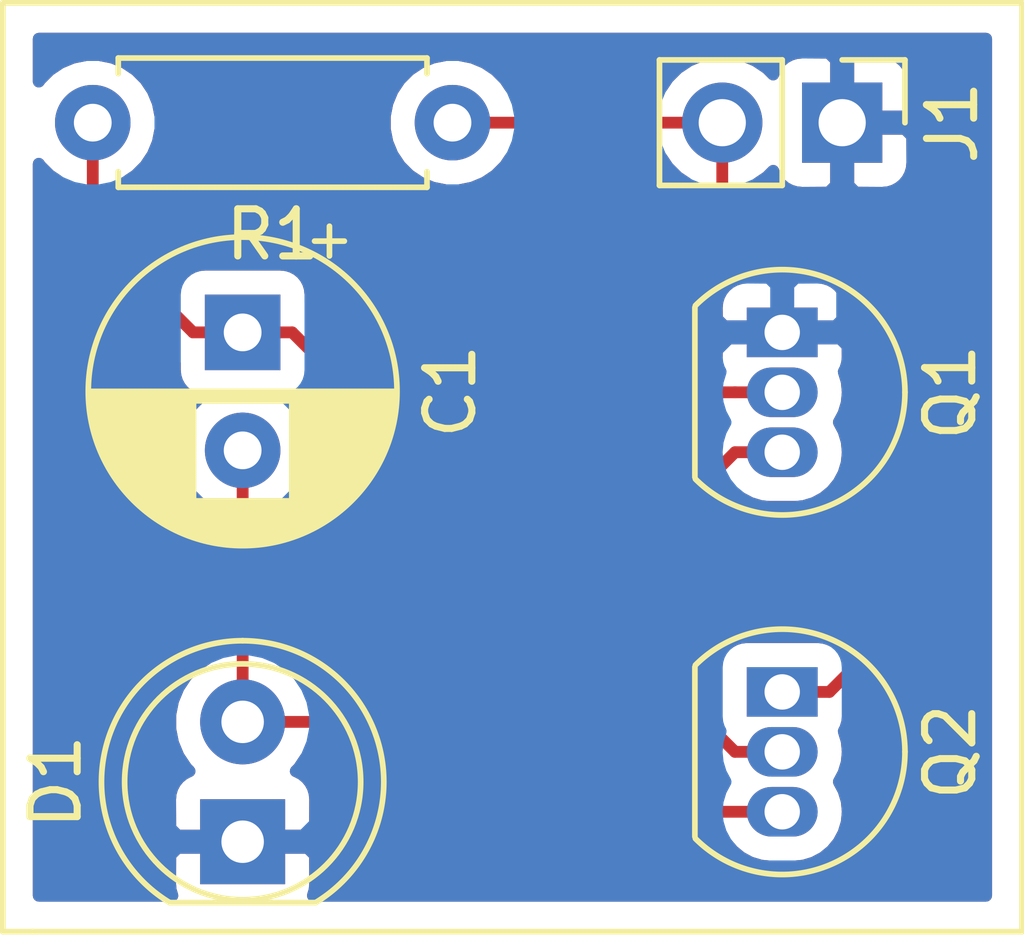
<source format=kicad_pcb>
(kicad_pcb (version 20171130) (host pcbnew "(5.1.5)-3")

  (general
    (thickness 1.6)
    (drawings 5)
    (tracks 32)
    (zones 0)
    (modules 6)
    (nets 6)
  )

  (page A4)
  (layers
    (0 F.Cu signal)
    (31 B.Cu signal)
    (32 B.Adhes user hide)
    (33 F.Adhes user hide)
    (34 B.Paste user hide)
    (35 F.Paste user hide)
    (36 B.SilkS user)
    (37 F.SilkS user)
    (38 B.Mask user)
    (39 F.Mask user)
    (40 Dwgs.User user hide)
    (41 Cmts.User user hide)
    (42 Eco1.User user hide)
    (43 Eco2.User user hide)
    (44 Edge.Cuts user)
    (45 Margin user)
    (46 B.CrtYd user)
    (47 F.CrtYd user)
    (48 B.Fab user hide)
    (49 F.Fab user hide)
  )

  (setup
    (last_trace_width 0.25)
    (trace_clearance 0.2)
    (zone_clearance 0.508)
    (zone_45_only no)
    (trace_min 0.2)
    (via_size 0.8)
    (via_drill 0.4)
    (via_min_size 0.4)
    (via_min_drill 0.3)
    (uvia_size 0.3)
    (uvia_drill 0.1)
    (uvias_allowed no)
    (uvia_min_size 0.2)
    (uvia_min_drill 0.1)
    (edge_width 0.05)
    (segment_width 0.2)
    (pcb_text_width 0.3)
    (pcb_text_size 1.5 1.5)
    (mod_edge_width 0.12)
    (mod_text_size 1 1)
    (mod_text_width 0.15)
    (pad_size 1.524 1.524)
    (pad_drill 0.762)
    (pad_to_mask_clearance 0.051)
    (solder_mask_min_width 0.25)
    (aux_axis_origin 0 0)
    (visible_elements FFFFFF7F)
    (pcbplotparams
      (layerselection 0x010f0_ffffffff)
      (usegerberextensions false)
      (usegerberattributes false)
      (usegerberadvancedattributes false)
      (creategerberjobfile false)
      (excludeedgelayer true)
      (linewidth 0.100000)
      (plotframeref false)
      (viasonmask false)
      (mode 1)
      (useauxorigin false)
      (hpglpennumber 1)
      (hpglpenspeed 20)
      (hpglpendiameter 15.000000)
      (psnegative false)
      (psa4output false)
      (plotreference true)
      (plotvalue true)
      (plotinvisibletext false)
      (padsonsilk false)
      (subtractmaskfromsilk false)
      (outputformat 1)
      (mirror false)
      (drillshape 0)
      (scaleselection 1)
      (outputdirectory ""))
  )

  (net 0 "")
  (net 1 "Net-(C1-Pad1)")
  (net 2 "Net-(C1-Pad2)")
  (net 3 GND)
  (net 4 +5V)
  (net 5 "Net-(Q1-Pad3)")

  (net_class Default "This is the default net class."
    (clearance 0.2)
    (trace_width 0.25)
    (via_dia 0.8)
    (via_drill 0.4)
    (uvia_dia 0.3)
    (uvia_drill 0.1)
    (add_net +5V)
    (add_net GND)
    (add_net "Net-(C1-Pad1)")
    (add_net "Net-(C1-Pad2)")
    (add_net "Net-(Q1-Pad3)")
  )

  (module Capacitor_THT:CP_Radial_D6.3mm_P2.50mm (layer F.Cu) (tedit 5AE50EF0) (tstamp 5EBED283)
    (at 146.05 39.37 270)
    (descr "CP, Radial series, Radial, pin pitch=2.50mm, , diameter=6.3mm, Electrolytic Capacitor")
    (tags "CP Radial series Radial pin pitch 2.50mm  diameter 6.3mm Electrolytic Capacitor")
    (path /5EBF2744)
    (fp_text reference C1 (at 1.25 -4.4 90) (layer F.SilkS)
      (effects (font (size 1 1) (thickness 0.15)))
    )
    (fp_text value 4.7uF (at 1.25 4.4 90) (layer F.Fab)
      (effects (font (size 1 1) (thickness 0.15)))
    )
    (fp_circle (center 1.25 0) (end 4.4 0) (layer F.Fab) (width 0.1))
    (fp_circle (center 1.25 0) (end 4.52 0) (layer F.SilkS) (width 0.12))
    (fp_circle (center 1.25 0) (end 4.65 0) (layer F.CrtYd) (width 0.05))
    (fp_line (start -1.443972 -1.3735) (end -0.813972 -1.3735) (layer F.Fab) (width 0.1))
    (fp_line (start -1.128972 -1.6885) (end -1.128972 -1.0585) (layer F.Fab) (width 0.1))
    (fp_line (start 1.25 -3.23) (end 1.25 3.23) (layer F.SilkS) (width 0.12))
    (fp_line (start 1.29 -3.23) (end 1.29 3.23) (layer F.SilkS) (width 0.12))
    (fp_line (start 1.33 -3.23) (end 1.33 3.23) (layer F.SilkS) (width 0.12))
    (fp_line (start 1.37 -3.228) (end 1.37 3.228) (layer F.SilkS) (width 0.12))
    (fp_line (start 1.41 -3.227) (end 1.41 3.227) (layer F.SilkS) (width 0.12))
    (fp_line (start 1.45 -3.224) (end 1.45 3.224) (layer F.SilkS) (width 0.12))
    (fp_line (start 1.49 -3.222) (end 1.49 -1.04) (layer F.SilkS) (width 0.12))
    (fp_line (start 1.49 1.04) (end 1.49 3.222) (layer F.SilkS) (width 0.12))
    (fp_line (start 1.53 -3.218) (end 1.53 -1.04) (layer F.SilkS) (width 0.12))
    (fp_line (start 1.53 1.04) (end 1.53 3.218) (layer F.SilkS) (width 0.12))
    (fp_line (start 1.57 -3.215) (end 1.57 -1.04) (layer F.SilkS) (width 0.12))
    (fp_line (start 1.57 1.04) (end 1.57 3.215) (layer F.SilkS) (width 0.12))
    (fp_line (start 1.61 -3.211) (end 1.61 -1.04) (layer F.SilkS) (width 0.12))
    (fp_line (start 1.61 1.04) (end 1.61 3.211) (layer F.SilkS) (width 0.12))
    (fp_line (start 1.65 -3.206) (end 1.65 -1.04) (layer F.SilkS) (width 0.12))
    (fp_line (start 1.65 1.04) (end 1.65 3.206) (layer F.SilkS) (width 0.12))
    (fp_line (start 1.69 -3.201) (end 1.69 -1.04) (layer F.SilkS) (width 0.12))
    (fp_line (start 1.69 1.04) (end 1.69 3.201) (layer F.SilkS) (width 0.12))
    (fp_line (start 1.73 -3.195) (end 1.73 -1.04) (layer F.SilkS) (width 0.12))
    (fp_line (start 1.73 1.04) (end 1.73 3.195) (layer F.SilkS) (width 0.12))
    (fp_line (start 1.77 -3.189) (end 1.77 -1.04) (layer F.SilkS) (width 0.12))
    (fp_line (start 1.77 1.04) (end 1.77 3.189) (layer F.SilkS) (width 0.12))
    (fp_line (start 1.81 -3.182) (end 1.81 -1.04) (layer F.SilkS) (width 0.12))
    (fp_line (start 1.81 1.04) (end 1.81 3.182) (layer F.SilkS) (width 0.12))
    (fp_line (start 1.85 -3.175) (end 1.85 -1.04) (layer F.SilkS) (width 0.12))
    (fp_line (start 1.85 1.04) (end 1.85 3.175) (layer F.SilkS) (width 0.12))
    (fp_line (start 1.89 -3.167) (end 1.89 -1.04) (layer F.SilkS) (width 0.12))
    (fp_line (start 1.89 1.04) (end 1.89 3.167) (layer F.SilkS) (width 0.12))
    (fp_line (start 1.93 -3.159) (end 1.93 -1.04) (layer F.SilkS) (width 0.12))
    (fp_line (start 1.93 1.04) (end 1.93 3.159) (layer F.SilkS) (width 0.12))
    (fp_line (start 1.971 -3.15) (end 1.971 -1.04) (layer F.SilkS) (width 0.12))
    (fp_line (start 1.971 1.04) (end 1.971 3.15) (layer F.SilkS) (width 0.12))
    (fp_line (start 2.011 -3.141) (end 2.011 -1.04) (layer F.SilkS) (width 0.12))
    (fp_line (start 2.011 1.04) (end 2.011 3.141) (layer F.SilkS) (width 0.12))
    (fp_line (start 2.051 -3.131) (end 2.051 -1.04) (layer F.SilkS) (width 0.12))
    (fp_line (start 2.051 1.04) (end 2.051 3.131) (layer F.SilkS) (width 0.12))
    (fp_line (start 2.091 -3.121) (end 2.091 -1.04) (layer F.SilkS) (width 0.12))
    (fp_line (start 2.091 1.04) (end 2.091 3.121) (layer F.SilkS) (width 0.12))
    (fp_line (start 2.131 -3.11) (end 2.131 -1.04) (layer F.SilkS) (width 0.12))
    (fp_line (start 2.131 1.04) (end 2.131 3.11) (layer F.SilkS) (width 0.12))
    (fp_line (start 2.171 -3.098) (end 2.171 -1.04) (layer F.SilkS) (width 0.12))
    (fp_line (start 2.171 1.04) (end 2.171 3.098) (layer F.SilkS) (width 0.12))
    (fp_line (start 2.211 -3.086) (end 2.211 -1.04) (layer F.SilkS) (width 0.12))
    (fp_line (start 2.211 1.04) (end 2.211 3.086) (layer F.SilkS) (width 0.12))
    (fp_line (start 2.251 -3.074) (end 2.251 -1.04) (layer F.SilkS) (width 0.12))
    (fp_line (start 2.251 1.04) (end 2.251 3.074) (layer F.SilkS) (width 0.12))
    (fp_line (start 2.291 -3.061) (end 2.291 -1.04) (layer F.SilkS) (width 0.12))
    (fp_line (start 2.291 1.04) (end 2.291 3.061) (layer F.SilkS) (width 0.12))
    (fp_line (start 2.331 -3.047) (end 2.331 -1.04) (layer F.SilkS) (width 0.12))
    (fp_line (start 2.331 1.04) (end 2.331 3.047) (layer F.SilkS) (width 0.12))
    (fp_line (start 2.371 -3.033) (end 2.371 -1.04) (layer F.SilkS) (width 0.12))
    (fp_line (start 2.371 1.04) (end 2.371 3.033) (layer F.SilkS) (width 0.12))
    (fp_line (start 2.411 -3.018) (end 2.411 -1.04) (layer F.SilkS) (width 0.12))
    (fp_line (start 2.411 1.04) (end 2.411 3.018) (layer F.SilkS) (width 0.12))
    (fp_line (start 2.451 -3.002) (end 2.451 -1.04) (layer F.SilkS) (width 0.12))
    (fp_line (start 2.451 1.04) (end 2.451 3.002) (layer F.SilkS) (width 0.12))
    (fp_line (start 2.491 -2.986) (end 2.491 -1.04) (layer F.SilkS) (width 0.12))
    (fp_line (start 2.491 1.04) (end 2.491 2.986) (layer F.SilkS) (width 0.12))
    (fp_line (start 2.531 -2.97) (end 2.531 -1.04) (layer F.SilkS) (width 0.12))
    (fp_line (start 2.531 1.04) (end 2.531 2.97) (layer F.SilkS) (width 0.12))
    (fp_line (start 2.571 -2.952) (end 2.571 -1.04) (layer F.SilkS) (width 0.12))
    (fp_line (start 2.571 1.04) (end 2.571 2.952) (layer F.SilkS) (width 0.12))
    (fp_line (start 2.611 -2.934) (end 2.611 -1.04) (layer F.SilkS) (width 0.12))
    (fp_line (start 2.611 1.04) (end 2.611 2.934) (layer F.SilkS) (width 0.12))
    (fp_line (start 2.651 -2.916) (end 2.651 -1.04) (layer F.SilkS) (width 0.12))
    (fp_line (start 2.651 1.04) (end 2.651 2.916) (layer F.SilkS) (width 0.12))
    (fp_line (start 2.691 -2.896) (end 2.691 -1.04) (layer F.SilkS) (width 0.12))
    (fp_line (start 2.691 1.04) (end 2.691 2.896) (layer F.SilkS) (width 0.12))
    (fp_line (start 2.731 -2.876) (end 2.731 -1.04) (layer F.SilkS) (width 0.12))
    (fp_line (start 2.731 1.04) (end 2.731 2.876) (layer F.SilkS) (width 0.12))
    (fp_line (start 2.771 -2.856) (end 2.771 -1.04) (layer F.SilkS) (width 0.12))
    (fp_line (start 2.771 1.04) (end 2.771 2.856) (layer F.SilkS) (width 0.12))
    (fp_line (start 2.811 -2.834) (end 2.811 -1.04) (layer F.SilkS) (width 0.12))
    (fp_line (start 2.811 1.04) (end 2.811 2.834) (layer F.SilkS) (width 0.12))
    (fp_line (start 2.851 -2.812) (end 2.851 -1.04) (layer F.SilkS) (width 0.12))
    (fp_line (start 2.851 1.04) (end 2.851 2.812) (layer F.SilkS) (width 0.12))
    (fp_line (start 2.891 -2.79) (end 2.891 -1.04) (layer F.SilkS) (width 0.12))
    (fp_line (start 2.891 1.04) (end 2.891 2.79) (layer F.SilkS) (width 0.12))
    (fp_line (start 2.931 -2.766) (end 2.931 -1.04) (layer F.SilkS) (width 0.12))
    (fp_line (start 2.931 1.04) (end 2.931 2.766) (layer F.SilkS) (width 0.12))
    (fp_line (start 2.971 -2.742) (end 2.971 -1.04) (layer F.SilkS) (width 0.12))
    (fp_line (start 2.971 1.04) (end 2.971 2.742) (layer F.SilkS) (width 0.12))
    (fp_line (start 3.011 -2.716) (end 3.011 -1.04) (layer F.SilkS) (width 0.12))
    (fp_line (start 3.011 1.04) (end 3.011 2.716) (layer F.SilkS) (width 0.12))
    (fp_line (start 3.051 -2.69) (end 3.051 -1.04) (layer F.SilkS) (width 0.12))
    (fp_line (start 3.051 1.04) (end 3.051 2.69) (layer F.SilkS) (width 0.12))
    (fp_line (start 3.091 -2.664) (end 3.091 -1.04) (layer F.SilkS) (width 0.12))
    (fp_line (start 3.091 1.04) (end 3.091 2.664) (layer F.SilkS) (width 0.12))
    (fp_line (start 3.131 -2.636) (end 3.131 -1.04) (layer F.SilkS) (width 0.12))
    (fp_line (start 3.131 1.04) (end 3.131 2.636) (layer F.SilkS) (width 0.12))
    (fp_line (start 3.171 -2.607) (end 3.171 -1.04) (layer F.SilkS) (width 0.12))
    (fp_line (start 3.171 1.04) (end 3.171 2.607) (layer F.SilkS) (width 0.12))
    (fp_line (start 3.211 -2.578) (end 3.211 -1.04) (layer F.SilkS) (width 0.12))
    (fp_line (start 3.211 1.04) (end 3.211 2.578) (layer F.SilkS) (width 0.12))
    (fp_line (start 3.251 -2.548) (end 3.251 -1.04) (layer F.SilkS) (width 0.12))
    (fp_line (start 3.251 1.04) (end 3.251 2.548) (layer F.SilkS) (width 0.12))
    (fp_line (start 3.291 -2.516) (end 3.291 -1.04) (layer F.SilkS) (width 0.12))
    (fp_line (start 3.291 1.04) (end 3.291 2.516) (layer F.SilkS) (width 0.12))
    (fp_line (start 3.331 -2.484) (end 3.331 -1.04) (layer F.SilkS) (width 0.12))
    (fp_line (start 3.331 1.04) (end 3.331 2.484) (layer F.SilkS) (width 0.12))
    (fp_line (start 3.371 -2.45) (end 3.371 -1.04) (layer F.SilkS) (width 0.12))
    (fp_line (start 3.371 1.04) (end 3.371 2.45) (layer F.SilkS) (width 0.12))
    (fp_line (start 3.411 -2.416) (end 3.411 -1.04) (layer F.SilkS) (width 0.12))
    (fp_line (start 3.411 1.04) (end 3.411 2.416) (layer F.SilkS) (width 0.12))
    (fp_line (start 3.451 -2.38) (end 3.451 -1.04) (layer F.SilkS) (width 0.12))
    (fp_line (start 3.451 1.04) (end 3.451 2.38) (layer F.SilkS) (width 0.12))
    (fp_line (start 3.491 -2.343) (end 3.491 -1.04) (layer F.SilkS) (width 0.12))
    (fp_line (start 3.491 1.04) (end 3.491 2.343) (layer F.SilkS) (width 0.12))
    (fp_line (start 3.531 -2.305) (end 3.531 -1.04) (layer F.SilkS) (width 0.12))
    (fp_line (start 3.531 1.04) (end 3.531 2.305) (layer F.SilkS) (width 0.12))
    (fp_line (start 3.571 -2.265) (end 3.571 2.265) (layer F.SilkS) (width 0.12))
    (fp_line (start 3.611 -2.224) (end 3.611 2.224) (layer F.SilkS) (width 0.12))
    (fp_line (start 3.651 -2.182) (end 3.651 2.182) (layer F.SilkS) (width 0.12))
    (fp_line (start 3.691 -2.137) (end 3.691 2.137) (layer F.SilkS) (width 0.12))
    (fp_line (start 3.731 -2.092) (end 3.731 2.092) (layer F.SilkS) (width 0.12))
    (fp_line (start 3.771 -2.044) (end 3.771 2.044) (layer F.SilkS) (width 0.12))
    (fp_line (start 3.811 -1.995) (end 3.811 1.995) (layer F.SilkS) (width 0.12))
    (fp_line (start 3.851 -1.944) (end 3.851 1.944) (layer F.SilkS) (width 0.12))
    (fp_line (start 3.891 -1.89) (end 3.891 1.89) (layer F.SilkS) (width 0.12))
    (fp_line (start 3.931 -1.834) (end 3.931 1.834) (layer F.SilkS) (width 0.12))
    (fp_line (start 3.971 -1.776) (end 3.971 1.776) (layer F.SilkS) (width 0.12))
    (fp_line (start 4.011 -1.714) (end 4.011 1.714) (layer F.SilkS) (width 0.12))
    (fp_line (start 4.051 -1.65) (end 4.051 1.65) (layer F.SilkS) (width 0.12))
    (fp_line (start 4.091 -1.581) (end 4.091 1.581) (layer F.SilkS) (width 0.12))
    (fp_line (start 4.131 -1.509) (end 4.131 1.509) (layer F.SilkS) (width 0.12))
    (fp_line (start 4.171 -1.432) (end 4.171 1.432) (layer F.SilkS) (width 0.12))
    (fp_line (start 4.211 -1.35) (end 4.211 1.35) (layer F.SilkS) (width 0.12))
    (fp_line (start 4.251 -1.262) (end 4.251 1.262) (layer F.SilkS) (width 0.12))
    (fp_line (start 4.291 -1.165) (end 4.291 1.165) (layer F.SilkS) (width 0.12))
    (fp_line (start 4.331 -1.059) (end 4.331 1.059) (layer F.SilkS) (width 0.12))
    (fp_line (start 4.371 -0.94) (end 4.371 0.94) (layer F.SilkS) (width 0.12))
    (fp_line (start 4.411 -0.802) (end 4.411 0.802) (layer F.SilkS) (width 0.12))
    (fp_line (start 4.451 -0.633) (end 4.451 0.633) (layer F.SilkS) (width 0.12))
    (fp_line (start 4.491 -0.402) (end 4.491 0.402) (layer F.SilkS) (width 0.12))
    (fp_line (start -2.250241 -1.839) (end -1.620241 -1.839) (layer F.SilkS) (width 0.12))
    (fp_line (start -1.935241 -2.154) (end -1.935241 -1.524) (layer F.SilkS) (width 0.12))
    (fp_text user %R (at 1.25 0 90) (layer F.Fab)
      (effects (font (size 1 1) (thickness 0.15)))
    )
    (pad 1 thru_hole rect (at 0 0 270) (size 1.6 1.6) (drill 0.8) (layers *.Cu *.Mask)
      (net 1 "Net-(C1-Pad1)"))
    (pad 2 thru_hole circle (at 2.5 0 270) (size 1.6 1.6) (drill 0.8) (layers *.Cu *.Mask)
      (net 2 "Net-(C1-Pad2)"))
    (model ${KISYS3DMOD}/Capacitor_THT.3dshapes/CP_Radial_D6.3mm_P2.50mm.wrl
      (at (xyz 0 0 0))
      (scale (xyz 1 1 1))
      (rotate (xyz 0 0 0))
    )
  )

  (module LED_THT:LED_D5.0mm (layer F.Cu) (tedit 5995936A) (tstamp 5EBED295)
    (at 146.05 50.165 90)
    (descr "LED, diameter 5.0mm, 2 pins, http://cdn-reichelt.de/documents/datenblatt/A500/LL-504BC2E-009.pdf")
    (tags "LED diameter 5.0mm 2 pins")
    (path /5EBF313E)
    (fp_text reference D1 (at 1.27 -3.96 90) (layer F.SilkS)
      (effects (font (size 1 1) (thickness 0.15)))
    )
    (fp_text value R_LED (at 1.27 3.96 90) (layer F.Fab)
      (effects (font (size 1 1) (thickness 0.15)))
    )
    (fp_arc (start 1.27 0) (end -1.23 -1.469694) (angle 299.1) (layer F.Fab) (width 0.1))
    (fp_arc (start 1.27 0) (end -1.29 -1.54483) (angle 148.9) (layer F.SilkS) (width 0.12))
    (fp_arc (start 1.27 0) (end -1.29 1.54483) (angle -148.9) (layer F.SilkS) (width 0.12))
    (fp_circle (center 1.27 0) (end 3.77 0) (layer F.Fab) (width 0.1))
    (fp_circle (center 1.27 0) (end 3.77 0) (layer F.SilkS) (width 0.12))
    (fp_line (start -1.23 -1.469694) (end -1.23 1.469694) (layer F.Fab) (width 0.1))
    (fp_line (start -1.29 -1.545) (end -1.29 1.545) (layer F.SilkS) (width 0.12))
    (fp_line (start -1.95 -3.25) (end -1.95 3.25) (layer F.CrtYd) (width 0.05))
    (fp_line (start -1.95 3.25) (end 4.5 3.25) (layer F.CrtYd) (width 0.05))
    (fp_line (start 4.5 3.25) (end 4.5 -3.25) (layer F.CrtYd) (width 0.05))
    (fp_line (start 4.5 -3.25) (end -1.95 -3.25) (layer F.CrtYd) (width 0.05))
    (fp_text user %R (at 1.25 0 90) (layer F.Fab)
      (effects (font (size 0.8 0.8) (thickness 0.2)))
    )
    (pad 1 thru_hole rect (at 0 0 90) (size 1.8 1.8) (drill 0.9) (layers *.Cu *.Mask)
      (net 3 GND))
    (pad 2 thru_hole circle (at 2.54 0 90) (size 1.8 1.8) (drill 0.9) (layers *.Cu *.Mask)
      (net 2 "Net-(C1-Pad2)"))
    (model ${KISYS3DMOD}/LED_THT.3dshapes/LED_D5.0mm.wrl
      (at (xyz 0 0 0))
      (scale (xyz 1 1 1))
      (rotate (xyz 0 0 0))
    )
  )

  (module Connector_PinHeader_2.54mm:PinHeader_1x02_P2.54mm_Vertical (layer F.Cu) (tedit 59FED5CC) (tstamp 5EBED2AB)
    (at 158.75 34.925 270)
    (descr "Through hole straight pin header, 1x02, 2.54mm pitch, single row")
    (tags "Through hole pin header THT 1x02 2.54mm single row")
    (path /5EBF5CA5)
    (fp_text reference J1 (at 0 -2.33 90) (layer F.SilkS)
      (effects (font (size 1 1) (thickness 0.15)))
    )
    (fp_text value Conn_01x02_Male (at 0 4.87 90) (layer F.Fab)
      (effects (font (size 1 1) (thickness 0.15)))
    )
    (fp_line (start -0.635 -1.27) (end 1.27 -1.27) (layer F.Fab) (width 0.1))
    (fp_line (start 1.27 -1.27) (end 1.27 3.81) (layer F.Fab) (width 0.1))
    (fp_line (start 1.27 3.81) (end -1.27 3.81) (layer F.Fab) (width 0.1))
    (fp_line (start -1.27 3.81) (end -1.27 -0.635) (layer F.Fab) (width 0.1))
    (fp_line (start -1.27 -0.635) (end -0.635 -1.27) (layer F.Fab) (width 0.1))
    (fp_line (start -1.33 3.87) (end 1.33 3.87) (layer F.SilkS) (width 0.12))
    (fp_line (start -1.33 1.27) (end -1.33 3.87) (layer F.SilkS) (width 0.12))
    (fp_line (start 1.33 1.27) (end 1.33 3.87) (layer F.SilkS) (width 0.12))
    (fp_line (start -1.33 1.27) (end 1.33 1.27) (layer F.SilkS) (width 0.12))
    (fp_line (start -1.33 0) (end -1.33 -1.33) (layer F.SilkS) (width 0.12))
    (fp_line (start -1.33 -1.33) (end 0 -1.33) (layer F.SilkS) (width 0.12))
    (fp_line (start -1.8 -1.8) (end -1.8 4.35) (layer F.CrtYd) (width 0.05))
    (fp_line (start -1.8 4.35) (end 1.8 4.35) (layer F.CrtYd) (width 0.05))
    (fp_line (start 1.8 4.35) (end 1.8 -1.8) (layer F.CrtYd) (width 0.05))
    (fp_line (start 1.8 -1.8) (end -1.8 -1.8) (layer F.CrtYd) (width 0.05))
    (fp_text user %R (at 0 1.27) (layer F.Fab)
      (effects (font (size 1 1) (thickness 0.15)))
    )
    (pad 1 thru_hole rect (at 0 0 270) (size 1.7 1.7) (drill 1) (layers *.Cu *.Mask)
      (net 3 GND))
    (pad 2 thru_hole oval (at 0 2.54 270) (size 1.7 1.7) (drill 1) (layers *.Cu *.Mask)
      (net 4 +5V))
    (model ${KISYS3DMOD}/Connector_PinHeader_2.54mm.3dshapes/PinHeader_1x02_P2.54mm_Vertical.wrl
      (at (xyz 0 0 0))
      (scale (xyz 1 1 1))
      (rotate (xyz 0 0 0))
    )
  )

  (module Package_TO_SOT_THT:TO-92_Inline (layer F.Cu) (tedit 5A1DD157) (tstamp 5EBED2BD)
    (at 157.48 39.37 270)
    (descr "TO-92 leads in-line, narrow, oval pads, drill 0.75mm (see NXP sot054_po.pdf)")
    (tags "to-92 sc-43 sc-43a sot54 PA33 transistor")
    (path /5EBF4999)
    (fp_text reference Q1 (at 1.27 -3.56 90) (layer F.SilkS)
      (effects (font (size 1 1) (thickness 0.15)))
    )
    (fp_text value 2N3904 (at 1.27 2.79 90) (layer F.Fab)
      (effects (font (size 1 1) (thickness 0.15)))
    )
    (fp_arc (start 1.27 0) (end 1.27 -2.6) (angle 135) (layer F.SilkS) (width 0.12))
    (fp_arc (start 1.27 0) (end 1.27 -2.48) (angle -135) (layer F.Fab) (width 0.1))
    (fp_arc (start 1.27 0) (end 1.27 -2.6) (angle -135) (layer F.SilkS) (width 0.12))
    (fp_arc (start 1.27 0) (end 1.27 -2.48) (angle 135) (layer F.Fab) (width 0.1))
    (fp_line (start 4 2.01) (end -1.46 2.01) (layer F.CrtYd) (width 0.05))
    (fp_line (start 4 2.01) (end 4 -2.73) (layer F.CrtYd) (width 0.05))
    (fp_line (start -1.46 -2.73) (end -1.46 2.01) (layer F.CrtYd) (width 0.05))
    (fp_line (start -1.46 -2.73) (end 4 -2.73) (layer F.CrtYd) (width 0.05))
    (fp_line (start -0.5 1.75) (end 3 1.75) (layer F.Fab) (width 0.1))
    (fp_line (start -0.53 1.85) (end 3.07 1.85) (layer F.SilkS) (width 0.12))
    (fp_text user %R (at 1.27 -3.56 90) (layer F.Fab)
      (effects (font (size 1 1) (thickness 0.15)))
    )
    (pad 1 thru_hole rect (at 0 0 270) (size 1.05 1.5) (drill 0.75) (layers *.Cu *.Mask)
      (net 3 GND))
    (pad 3 thru_hole oval (at 2.54 0 270) (size 1.05 1.5) (drill 0.75) (layers *.Cu *.Mask)
      (net 5 "Net-(Q1-Pad3)"))
    (pad 2 thru_hole oval (at 1.27 0 270) (size 1.05 1.5) (drill 0.75) (layers *.Cu *.Mask)
      (net 1 "Net-(C1-Pad1)"))
    (model ${KISYS3DMOD}/Package_TO_SOT_THT.3dshapes/TO-92_Inline.wrl
      (at (xyz 0 0 0))
      (scale (xyz 1 1 1))
      (rotate (xyz 0 0 0))
    )
  )

  (module Package_TO_SOT_THT:TO-92_Inline (layer F.Cu) (tedit 5A1DD157) (tstamp 5EBED2CF)
    (at 157.48 46.99 270)
    (descr "TO-92 leads in-line, narrow, oval pads, drill 0.75mm (see NXP sot054_po.pdf)")
    (tags "to-92 sc-43 sc-43a sot54 PA33 transistor")
    (path /5EBF3CD3)
    (fp_text reference Q2 (at 1.27 -3.56 90) (layer F.SilkS)
      (effects (font (size 1 1) (thickness 0.15)))
    )
    (fp_text value 2N3905 (at 1.27 2.79 90) (layer F.Fab)
      (effects (font (size 1 1) (thickness 0.15)))
    )
    (fp_text user %R (at 1.27 -3.56 90) (layer F.Fab)
      (effects (font (size 1 1) (thickness 0.15)))
    )
    (fp_line (start -0.53 1.85) (end 3.07 1.85) (layer F.SilkS) (width 0.12))
    (fp_line (start -0.5 1.75) (end 3 1.75) (layer F.Fab) (width 0.1))
    (fp_line (start -1.46 -2.73) (end 4 -2.73) (layer F.CrtYd) (width 0.05))
    (fp_line (start -1.46 -2.73) (end -1.46 2.01) (layer F.CrtYd) (width 0.05))
    (fp_line (start 4 2.01) (end 4 -2.73) (layer F.CrtYd) (width 0.05))
    (fp_line (start 4 2.01) (end -1.46 2.01) (layer F.CrtYd) (width 0.05))
    (fp_arc (start 1.27 0) (end 1.27 -2.48) (angle 135) (layer F.Fab) (width 0.1))
    (fp_arc (start 1.27 0) (end 1.27 -2.6) (angle -135) (layer F.SilkS) (width 0.12))
    (fp_arc (start 1.27 0) (end 1.27 -2.48) (angle -135) (layer F.Fab) (width 0.1))
    (fp_arc (start 1.27 0) (end 1.27 -2.6) (angle 135) (layer F.SilkS) (width 0.12))
    (pad 2 thru_hole oval (at 1.27 0 270) (size 1.05 1.5) (drill 0.75) (layers *.Cu *.Mask)
      (net 5 "Net-(Q1-Pad3)"))
    (pad 3 thru_hole oval (at 2.54 0 270) (size 1.05 1.5) (drill 0.75) (layers *.Cu *.Mask)
      (net 2 "Net-(C1-Pad2)"))
    (pad 1 thru_hole rect (at 0 0 270) (size 1.05 1.5) (drill 0.75) (layers *.Cu *.Mask)
      (net 4 +5V))
    (model ${KISYS3DMOD}/Package_TO_SOT_THT.3dshapes/TO-92_Inline.wrl
      (at (xyz 0 0 0))
      (scale (xyz 1 1 1))
      (rotate (xyz 0 0 0))
    )
  )

  (module Resistor_THT:R_Axial_DIN0207_L6.3mm_D2.5mm_P7.62mm_Horizontal (layer F.Cu) (tedit 5AE5139B) (tstamp 5EBED2E6)
    (at 150.495 34.925 180)
    (descr "Resistor, Axial_DIN0207 series, Axial, Horizontal, pin pitch=7.62mm, 0.25W = 1/4W, length*diameter=6.3*2.5mm^2, http://cdn-reichelt.de/documents/datenblatt/B400/1_4W%23YAG.pdf")
    (tags "Resistor Axial_DIN0207 series Axial Horizontal pin pitch 7.62mm 0.25W = 1/4W length 6.3mm diameter 2.5mm")
    (path /5EBF25E3)
    (fp_text reference R1 (at 3.81 -2.37) (layer F.SilkS)
      (effects (font (size 1 1) (thickness 0.15)))
    )
    (fp_text value 1M (at 3.81 2.37) (layer F.Fab)
      (effects (font (size 1 1) (thickness 0.15)))
    )
    (fp_line (start 0.66 -1.25) (end 0.66 1.25) (layer F.Fab) (width 0.1))
    (fp_line (start 0.66 1.25) (end 6.96 1.25) (layer F.Fab) (width 0.1))
    (fp_line (start 6.96 1.25) (end 6.96 -1.25) (layer F.Fab) (width 0.1))
    (fp_line (start 6.96 -1.25) (end 0.66 -1.25) (layer F.Fab) (width 0.1))
    (fp_line (start 0 0) (end 0.66 0) (layer F.Fab) (width 0.1))
    (fp_line (start 7.62 0) (end 6.96 0) (layer F.Fab) (width 0.1))
    (fp_line (start 0.54 -1.04) (end 0.54 -1.37) (layer F.SilkS) (width 0.12))
    (fp_line (start 0.54 -1.37) (end 7.08 -1.37) (layer F.SilkS) (width 0.12))
    (fp_line (start 7.08 -1.37) (end 7.08 -1.04) (layer F.SilkS) (width 0.12))
    (fp_line (start 0.54 1.04) (end 0.54 1.37) (layer F.SilkS) (width 0.12))
    (fp_line (start 0.54 1.37) (end 7.08 1.37) (layer F.SilkS) (width 0.12))
    (fp_line (start 7.08 1.37) (end 7.08 1.04) (layer F.SilkS) (width 0.12))
    (fp_line (start -1.05 -1.5) (end -1.05 1.5) (layer F.CrtYd) (width 0.05))
    (fp_line (start -1.05 1.5) (end 8.67 1.5) (layer F.CrtYd) (width 0.05))
    (fp_line (start 8.67 1.5) (end 8.67 -1.5) (layer F.CrtYd) (width 0.05))
    (fp_line (start 8.67 -1.5) (end -1.05 -1.5) (layer F.CrtYd) (width 0.05))
    (fp_text user %R (at 3.81 0) (layer F.Fab)
      (effects (font (size 1 1) (thickness 0.15)))
    )
    (pad 1 thru_hole circle (at 0 0 180) (size 1.6 1.6) (drill 0.8) (layers *.Cu *.Mask)
      (net 4 +5V))
    (pad 2 thru_hole oval (at 7.62 0 180) (size 1.6 1.6) (drill 0.8) (layers *.Cu *.Mask)
      (net 1 "Net-(C1-Pad1)"))
    (model ${KISYS3DMOD}/Resistor_THT.3dshapes/R_Axial_DIN0207_L6.3mm_D2.5mm_P7.62mm_Horizontal.wrl
      (at (xyz 0 0 0))
      (scale (xyz 1 1 1))
      (rotate (xyz 0 0 0))
    )
  )

  (gr_line (start 140.97 52.07) (end 140.97 32.385) (layer F.SilkS) (width 0.12) (tstamp 5EBEDC7F))
  (gr_line (start 141.605 52.07) (end 140.97 52.07) (layer F.SilkS) (width 0.12))
  (gr_line (start 162.56 52.07) (end 141.605 52.07) (layer F.SilkS) (width 0.12))
  (gr_line (start 162.56 32.385) (end 162.56 52.07) (layer F.SilkS) (width 0.12))
  (gr_line (start 140.97 32.385) (end 162.56 32.385) (layer F.SilkS) (width 0.12))

  (segment (start 142.875 37.245) (end 145 39.37) (width 0.25) (layer F.Cu) (net 1))
  (segment (start 145 39.37) (end 146.05 39.37) (width 0.25) (layer F.Cu) (net 1))
  (segment (start 142.875 34.925) (end 142.875 37.245) (width 0.25) (layer F.Cu) (net 1))
  (segment (start 156.48 40.64) (end 157.48 40.64) (width 0.25) (layer F.Cu) (net 1))
  (segment (start 148.37 40.64) (end 156.48 40.64) (width 0.25) (layer F.Cu) (net 1))
  (segment (start 147.1 39.37) (end 148.37 40.64) (width 0.25) (layer F.Cu) (net 1))
  (segment (start 146.05 39.37) (end 147.1 39.37) (width 0.25) (layer F.Cu) (net 1))
  (segment (start 146.05 41.87) (end 146.05 47.625) (width 0.25) (layer F.Cu) (net 2))
  (segment (start 146.05 47.625) (end 152.4 47.625) (width 0.25) (layer F.Cu) (net 2))
  (segment (start 154.305 49.53) (end 157.48 49.53) (width 0.25) (layer F.Cu) (net 2))
  (segment (start 152.4 47.625) (end 154.305 49.53) (width 0.25) (layer F.Cu) (net 2))
  (segment (start 146.05 50.165) (end 147.2 50.165) (width 0.25) (layer B.Cu) (net 3))
  (segment (start 147.2 50.165) (end 153.035 44.33) (width 0.25) (layer B.Cu) (net 3))
  (segment (start 156.48 39.37) (end 157.48 39.37) (width 0.25) (layer B.Cu) (net 3))
  (segment (start 153.035 42.815) (end 156.48 39.37) (width 0.25) (layer B.Cu) (net 3))
  (segment (start 153.035 44.33) (end 153.035 42.815) (width 0.25) (layer B.Cu) (net 3))
  (segment (start 158.75 36.025) (end 158.75 34.925) (width 0.25) (layer B.Cu) (net 3))
  (segment (start 158.75 39.1) (end 158.75 36.025) (width 0.25) (layer B.Cu) (net 3))
  (segment (start 158.48 39.37) (end 158.75 39.1) (width 0.25) (layer B.Cu) (net 3))
  (segment (start 157.48 39.37) (end 158.48 39.37) (width 0.25) (layer B.Cu) (net 3))
  (segment (start 158.48 46.99) (end 160.655 44.815) (width 0.25) (layer F.Cu) (net 4))
  (segment (start 160.655 44.815) (end 160.655 38.735) (width 0.25) (layer F.Cu) (net 4))
  (segment (start 157.48 46.99) (end 158.48 46.99) (width 0.25) (layer F.Cu) (net 4))
  (segment (start 156.21 37.465) (end 156.21 34.925) (width 0.25) (layer F.Cu) (net 4))
  (segment (start 160.655 38.735) (end 159.385 37.465) (width 0.25) (layer F.Cu) (net 4))
  (segment (start 159.385 37.465) (end 156.21 37.465) (width 0.25) (layer F.Cu) (net 4))
  (segment (start 150.495 34.925) (end 156.21 34.925) (width 0.25) (layer F.Cu) (net 4))
  (segment (start 155.575 47.355) (end 155.575 42.815) (width 0.25) (layer F.Cu) (net 5))
  (segment (start 155.575 42.815) (end 156.48 41.91) (width 0.25) (layer F.Cu) (net 5))
  (segment (start 156.48 48.26) (end 155.575 47.355) (width 0.25) (layer F.Cu) (net 5))
  (segment (start 156.48 41.91) (end 157.48 41.91) (width 0.25) (layer F.Cu) (net 5))
  (segment (start 157.48 48.26) (end 156.48 48.26) (width 0.25) (layer F.Cu) (net 5))

  (zone (net 3) (net_name GND) (layer F.Cu) (tstamp 5EBEDD15) (hatch edge 0.508)
    (connect_pads (clearance 0.508))
    (min_thickness 0.254)
    (fill yes (arc_segments 32) (thermal_gap 0.508) (thermal_bridge_width 0.508))
    (polygon
      (pts
        (xy 161.925 51.435) (xy 141.605 51.435) (xy 141.605 33.02) (xy 161.925 33.02)
      )
    )
    (filled_polygon
      (pts
        (xy 161.798 51.308) (xy 147.53986 51.308) (xy 147.575812 51.189482) (xy 147.588072 51.065) (xy 147.585 50.45075)
        (xy 147.42625 50.292) (xy 146.177 50.292) (xy 146.177 50.312) (xy 145.923 50.312) (xy 145.923 50.292)
        (xy 144.67375 50.292) (xy 144.515 50.45075) (xy 144.511928 51.065) (xy 144.524188 51.189482) (xy 144.56014 51.308)
        (xy 141.732 51.308) (xy 141.732 35.797311) (xy 141.760363 35.839759) (xy 141.960241 36.039637) (xy 142.115001 36.143044)
        (xy 142.115001 37.207668) (xy 142.111324 37.245) (xy 142.125998 37.393985) (xy 142.169454 37.537246) (xy 142.240026 37.669276)
        (xy 142.311201 37.756002) (xy 142.335 37.785001) (xy 142.363998 37.808799) (xy 144.4362 39.881002) (xy 144.459999 39.910001)
        (xy 144.575724 40.004974) (xy 144.611928 40.024326) (xy 144.611928 40.17) (xy 144.624188 40.294482) (xy 144.660498 40.41418)
        (xy 144.719463 40.524494) (xy 144.798815 40.621185) (xy 144.895506 40.700537) (xy 145.00582 40.759502) (xy 145.101943 40.788661)
        (xy 144.935363 40.955241) (xy 144.77832 41.190273) (xy 144.670147 41.451426) (xy 144.615 41.728665) (xy 144.615 42.011335)
        (xy 144.670147 42.288574) (xy 144.77832 42.549727) (xy 144.935363 42.784759) (xy 145.135241 42.984637) (xy 145.29 43.088044)
        (xy 145.290001 46.286687) (xy 145.071495 46.432688) (xy 144.857688 46.646495) (xy 144.689701 46.897905) (xy 144.573989 47.177257)
        (xy 144.515 47.473816) (xy 144.515 47.776184) (xy 144.573989 48.072743) (xy 144.689701 48.352095) (xy 144.857688 48.603505)
        (xy 144.924127 48.669944) (xy 144.90582 48.675498) (xy 144.795506 48.734463) (xy 144.698815 48.813815) (xy 144.619463 48.910506)
        (xy 144.560498 49.02082) (xy 144.524188 49.140518) (xy 144.511928 49.265) (xy 144.515 49.87925) (xy 144.67375 50.038)
        (xy 145.923 50.038) (xy 145.923 50.018) (xy 146.177 50.018) (xy 146.177 50.038) (xy 147.42625 50.038)
        (xy 147.585 49.87925) (xy 147.588072 49.265) (xy 147.575812 49.140518) (xy 147.539502 49.02082) (xy 147.480537 48.910506)
        (xy 147.401185 48.813815) (xy 147.304494 48.734463) (xy 147.19418 48.675498) (xy 147.175873 48.669944) (xy 147.242312 48.603505)
        (xy 147.388313 48.385) (xy 152.085199 48.385) (xy 153.741201 50.041003) (xy 153.764999 50.070001) (xy 153.880724 50.164974)
        (xy 154.012753 50.235546) (xy 154.156014 50.279003) (xy 154.267667 50.29) (xy 154.267677 50.29) (xy 154.305 50.293676)
        (xy 154.342323 50.29) (xy 156.378091 50.29) (xy 156.430788 50.354212) (xy 156.607421 50.499171) (xy 156.80894 50.606885)
        (xy 157.0276 50.673215) (xy 157.198021 50.69) (xy 157.761979 50.69) (xy 157.9324 50.673215) (xy 158.15106 50.606885)
        (xy 158.352579 50.499171) (xy 158.529212 50.354212) (xy 158.674171 50.177579) (xy 158.781885 49.97606) (xy 158.848215 49.7574)
        (xy 158.870612 49.53) (xy 158.848215 49.3026) (xy 158.781885 49.08394) (xy 158.680895 48.895) (xy 158.781885 48.70606)
        (xy 158.848215 48.4874) (xy 158.870612 48.26) (xy 158.848215 48.0326) (xy 158.784907 47.823902) (xy 158.819502 47.75918)
        (xy 158.851686 47.653084) (xy 158.904276 47.624974) (xy 159.020001 47.530001) (xy 159.043804 47.500998) (xy 161.166009 45.378794)
        (xy 161.195001 45.355001) (xy 161.218795 45.326008) (xy 161.218799 45.326004) (xy 161.289973 45.239277) (xy 161.289974 45.239276)
        (xy 161.360546 45.107247) (xy 161.404003 44.963986) (xy 161.415 44.852333) (xy 161.415 44.852324) (xy 161.418676 44.815001)
        (xy 161.415 44.777678) (xy 161.415 38.772322) (xy 161.418676 38.734999) (xy 161.415 38.697676) (xy 161.415 38.697667)
        (xy 161.404003 38.586014) (xy 161.360546 38.442753) (xy 161.289974 38.310724) (xy 161.195001 38.194999) (xy 161.166003 38.171201)
        (xy 159.948804 36.954003) (xy 159.925001 36.924999) (xy 159.809276 36.830026) (xy 159.677247 36.759454) (xy 159.533986 36.715997)
        (xy 159.422333 36.705) (xy 159.422322 36.705) (xy 159.385 36.701324) (xy 159.347678 36.705) (xy 156.97 36.705)
        (xy 156.97 36.203178) (xy 157.156632 36.078475) (xy 157.288487 35.94662) (xy 157.310498 36.01918) (xy 157.369463 36.129494)
        (xy 157.448815 36.226185) (xy 157.545506 36.305537) (xy 157.65582 36.364502) (xy 157.775518 36.400812) (xy 157.9 36.413072)
        (xy 158.46425 36.41) (xy 158.623 36.25125) (xy 158.623 35.052) (xy 158.877 35.052) (xy 158.877 36.25125)
        (xy 159.03575 36.41) (xy 159.6 36.413072) (xy 159.724482 36.400812) (xy 159.84418 36.364502) (xy 159.954494 36.305537)
        (xy 160.051185 36.226185) (xy 160.130537 36.129494) (xy 160.189502 36.01918) (xy 160.225812 35.899482) (xy 160.238072 35.775)
        (xy 160.235 35.21075) (xy 160.07625 35.052) (xy 158.877 35.052) (xy 158.623 35.052) (xy 158.603 35.052)
        (xy 158.603 34.798) (xy 158.623 34.798) (xy 158.623 33.59875) (xy 158.877 33.59875) (xy 158.877 34.798)
        (xy 160.07625 34.798) (xy 160.235 34.63925) (xy 160.238072 34.075) (xy 160.225812 33.950518) (xy 160.189502 33.83082)
        (xy 160.130537 33.720506) (xy 160.051185 33.623815) (xy 159.954494 33.544463) (xy 159.84418 33.485498) (xy 159.724482 33.449188)
        (xy 159.6 33.436928) (xy 159.03575 33.44) (xy 158.877 33.59875) (xy 158.623 33.59875) (xy 158.46425 33.44)
        (xy 157.9 33.436928) (xy 157.775518 33.449188) (xy 157.65582 33.485498) (xy 157.545506 33.544463) (xy 157.448815 33.623815)
        (xy 157.369463 33.720506) (xy 157.310498 33.83082) (xy 157.288487 33.90338) (xy 157.156632 33.771525) (xy 156.913411 33.60901)
        (xy 156.643158 33.497068) (xy 156.35626 33.44) (xy 156.06374 33.44) (xy 155.776842 33.497068) (xy 155.506589 33.60901)
        (xy 155.263368 33.771525) (xy 155.056525 33.978368) (xy 154.931822 34.165) (xy 151.713043 34.165) (xy 151.609637 34.010241)
        (xy 151.409759 33.810363) (xy 151.174727 33.65332) (xy 150.913574 33.545147) (xy 150.636335 33.49) (xy 150.353665 33.49)
        (xy 150.076426 33.545147) (xy 149.815273 33.65332) (xy 149.580241 33.810363) (xy 149.380363 34.010241) (xy 149.22332 34.245273)
        (xy 149.115147 34.506426) (xy 149.06 34.783665) (xy 149.06 35.066335) (xy 149.115147 35.343574) (xy 149.22332 35.604727)
        (xy 149.380363 35.839759) (xy 149.580241 36.039637) (xy 149.815273 36.19668) (xy 150.076426 36.304853) (xy 150.353665 36.36)
        (xy 150.636335 36.36) (xy 150.913574 36.304853) (xy 151.174727 36.19668) (xy 151.409759 36.039637) (xy 151.609637 35.839759)
        (xy 151.713043 35.685) (xy 154.931822 35.685) (xy 155.056525 35.871632) (xy 155.263368 36.078475) (xy 155.45 36.203179)
        (xy 155.45 37.427667) (xy 155.446323 37.465) (xy 155.460997 37.613986) (xy 155.504454 37.757247) (xy 155.575026 37.889276)
        (xy 155.669999 38.005001) (xy 155.785724 38.099974) (xy 155.917753 38.170546) (xy 156.061014 38.214003) (xy 156.162484 38.223997)
        (xy 156.21 38.228677) (xy 156.247333 38.225) (xy 156.586358 38.225) (xy 156.48582 38.255498) (xy 156.375506 38.314463)
        (xy 156.278815 38.393815) (xy 156.199463 38.490506) (xy 156.140498 38.60082) (xy 156.104188 38.720518) (xy 156.091928 38.845)
        (xy 156.095 39.08425) (xy 156.25375 39.243) (xy 157.353 39.243) (xy 157.353 39.223) (xy 157.607 39.223)
        (xy 157.607 39.243) (xy 158.70625 39.243) (xy 158.865 39.08425) (xy 158.868072 38.845) (xy 158.855812 38.720518)
        (xy 158.819502 38.60082) (xy 158.760537 38.490506) (xy 158.681185 38.393815) (xy 158.584494 38.314463) (xy 158.47418 38.255498)
        (xy 158.373642 38.225) (xy 159.070199 38.225) (xy 159.895001 39.049803) (xy 159.895 44.500197) (xy 158.503844 45.891354)
        (xy 158.47418 45.875498) (xy 158.354482 45.839188) (xy 158.23 45.826928) (xy 156.73 45.826928) (xy 156.605518 45.839188)
        (xy 156.48582 45.875498) (xy 156.375506 45.934463) (xy 156.335 45.967705) (xy 156.335 43.129801) (xy 156.595453 42.869349)
        (xy 156.607421 42.879171) (xy 156.80894 42.986885) (xy 157.0276 43.053215) (xy 157.198021 43.07) (xy 157.761979 43.07)
        (xy 157.9324 43.053215) (xy 158.15106 42.986885) (xy 158.352579 42.879171) (xy 158.529212 42.734212) (xy 158.674171 42.557579)
        (xy 158.781885 42.35606) (xy 158.848215 42.1374) (xy 158.870612 41.91) (xy 158.848215 41.6826) (xy 158.781885 41.46394)
        (xy 158.680895 41.275) (xy 158.781885 41.08606) (xy 158.848215 40.8674) (xy 158.870612 40.64) (xy 158.848215 40.4126)
        (xy 158.784907 40.203902) (xy 158.819502 40.13918) (xy 158.855812 40.019482) (xy 158.868072 39.895) (xy 158.865 39.65575)
        (xy 158.70625 39.497) (xy 157.933109 39.497) (xy 157.9324 39.496785) (xy 157.761979 39.48) (xy 157.198021 39.48)
        (xy 157.0276 39.496785) (xy 157.026891 39.497) (xy 156.25375 39.497) (xy 156.095 39.65575) (xy 156.092121 39.88)
        (xy 148.684802 39.88) (xy 147.663804 38.859003) (xy 147.640001 38.829999) (xy 147.524276 38.735026) (xy 147.488072 38.715674)
        (xy 147.488072 38.57) (xy 147.475812 38.445518) (xy 147.439502 38.32582) (xy 147.380537 38.215506) (xy 147.301185 38.118815)
        (xy 147.204494 38.039463) (xy 147.09418 37.980498) (xy 146.974482 37.944188) (xy 146.85 37.931928) (xy 145.25 37.931928)
        (xy 145.125518 37.944188) (xy 145.00582 37.980498) (xy 144.895506 38.039463) (xy 144.812437 38.107636) (xy 143.635 36.930199)
        (xy 143.635 36.143043) (xy 143.789759 36.039637) (xy 143.989637 35.839759) (xy 144.14668 35.604727) (xy 144.254853 35.343574)
        (xy 144.31 35.066335) (xy 144.31 34.783665) (xy 144.254853 34.506426) (xy 144.14668 34.245273) (xy 143.989637 34.010241)
        (xy 143.789759 33.810363) (xy 143.554727 33.65332) (xy 143.293574 33.545147) (xy 143.016335 33.49) (xy 142.733665 33.49)
        (xy 142.456426 33.545147) (xy 142.195273 33.65332) (xy 141.960241 33.810363) (xy 141.760363 34.010241) (xy 141.732 34.052689)
        (xy 141.732 33.147) (xy 161.798 33.147)
      )
    )
  )
  (zone (net 3) (net_name GND) (layer B.Cu) (tstamp 5EBEDD12) (hatch edge 0.508)
    (connect_pads (clearance 0.508))
    (min_thickness 0.254)
    (fill yes (arc_segments 32) (thermal_gap 0.508) (thermal_bridge_width 0.508))
    (polygon
      (pts
        (xy 161.925 51.435) (xy 141.605 51.435) (xy 141.605 33.02) (xy 161.925 33.02)
      )
    )
    (filled_polygon
      (pts
        (xy 161.798 51.308) (xy 147.53986 51.308) (xy 147.575812 51.189482) (xy 147.588072 51.065) (xy 147.585 50.45075)
        (xy 147.42625 50.292) (xy 146.177 50.292) (xy 146.177 50.312) (xy 145.923 50.312) (xy 145.923 50.292)
        (xy 144.67375 50.292) (xy 144.515 50.45075) (xy 144.511928 51.065) (xy 144.524188 51.189482) (xy 144.56014 51.308)
        (xy 141.732 51.308) (xy 141.732 49.265) (xy 144.511928 49.265) (xy 144.515 49.87925) (xy 144.67375 50.038)
        (xy 145.923 50.038) (xy 145.923 50.018) (xy 146.177 50.018) (xy 146.177 50.038) (xy 147.42625 50.038)
        (xy 147.585 49.87925) (xy 147.588072 49.265) (xy 147.575812 49.140518) (xy 147.539502 49.02082) (xy 147.480537 48.910506)
        (xy 147.401185 48.813815) (xy 147.304494 48.734463) (xy 147.19418 48.675498) (xy 147.175873 48.669944) (xy 147.242312 48.603505)
        (xy 147.410299 48.352095) (xy 147.448446 48.26) (xy 156.089388 48.26) (xy 156.111785 48.4874) (xy 156.178115 48.70606)
        (xy 156.279105 48.895) (xy 156.178115 49.08394) (xy 156.111785 49.3026) (xy 156.089388 49.53) (xy 156.111785 49.7574)
        (xy 156.178115 49.97606) (xy 156.285829 50.177579) (xy 156.430788 50.354212) (xy 156.607421 50.499171) (xy 156.80894 50.606885)
        (xy 157.0276 50.673215) (xy 157.198021 50.69) (xy 157.761979 50.69) (xy 157.9324 50.673215) (xy 158.15106 50.606885)
        (xy 158.352579 50.499171) (xy 158.529212 50.354212) (xy 158.674171 50.177579) (xy 158.781885 49.97606) (xy 158.848215 49.7574)
        (xy 158.870612 49.53) (xy 158.848215 49.3026) (xy 158.781885 49.08394) (xy 158.680895 48.895) (xy 158.781885 48.70606)
        (xy 158.848215 48.4874) (xy 158.870612 48.26) (xy 158.848215 48.0326) (xy 158.784907 47.823902) (xy 158.819502 47.75918)
        (xy 158.855812 47.639482) (xy 158.868072 47.515) (xy 158.868072 46.465) (xy 158.855812 46.340518) (xy 158.819502 46.22082)
        (xy 158.760537 46.110506) (xy 158.681185 46.013815) (xy 158.584494 45.934463) (xy 158.47418 45.875498) (xy 158.354482 45.839188)
        (xy 158.23 45.826928) (xy 156.73 45.826928) (xy 156.605518 45.839188) (xy 156.48582 45.875498) (xy 156.375506 45.934463)
        (xy 156.278815 46.013815) (xy 156.199463 46.110506) (xy 156.140498 46.22082) (xy 156.104188 46.340518) (xy 156.091928 46.465)
        (xy 156.091928 47.515) (xy 156.104188 47.639482) (xy 156.140498 47.75918) (xy 156.175093 47.823902) (xy 156.111785 48.0326)
        (xy 156.089388 48.26) (xy 147.448446 48.26) (xy 147.526011 48.072743) (xy 147.585 47.776184) (xy 147.585 47.473816)
        (xy 147.526011 47.177257) (xy 147.410299 46.897905) (xy 147.242312 46.646495) (xy 147.028505 46.432688) (xy 146.777095 46.264701)
        (xy 146.497743 46.148989) (xy 146.201184 46.09) (xy 145.898816 46.09) (xy 145.602257 46.148989) (xy 145.322905 46.264701)
        (xy 145.071495 46.432688) (xy 144.857688 46.646495) (xy 144.689701 46.897905) (xy 144.573989 47.177257) (xy 144.515 47.473816)
        (xy 144.515 47.776184) (xy 144.573989 48.072743) (xy 144.689701 48.352095) (xy 144.857688 48.603505) (xy 144.924127 48.669944)
        (xy 144.90582 48.675498) (xy 144.795506 48.734463) (xy 144.698815 48.813815) (xy 144.619463 48.910506) (xy 144.560498 49.02082)
        (xy 144.524188 49.140518) (xy 144.511928 49.265) (xy 141.732 49.265) (xy 141.732 38.57) (xy 144.611928 38.57)
        (xy 144.611928 40.17) (xy 144.624188 40.294482) (xy 144.660498 40.41418) (xy 144.719463 40.524494) (xy 144.798815 40.621185)
        (xy 144.895506 40.700537) (xy 145.00582 40.759502) (xy 145.101943 40.788661) (xy 144.935363 40.955241) (xy 144.77832 41.190273)
        (xy 144.670147 41.451426) (xy 144.615 41.728665) (xy 144.615 42.011335) (xy 144.670147 42.288574) (xy 144.77832 42.549727)
        (xy 144.935363 42.784759) (xy 145.135241 42.984637) (xy 145.370273 43.14168) (xy 145.631426 43.249853) (xy 145.908665 43.305)
        (xy 146.191335 43.305) (xy 146.468574 43.249853) (xy 146.729727 43.14168) (xy 146.964759 42.984637) (xy 147.164637 42.784759)
        (xy 147.32168 42.549727) (xy 147.429853 42.288574) (xy 147.485 42.011335) (xy 147.485 41.728665) (xy 147.429853 41.451426)
        (xy 147.32168 41.190273) (xy 147.164637 40.955241) (xy 146.998057 40.788661) (xy 147.09418 40.759502) (xy 147.204494 40.700537)
        (xy 147.278258 40.64) (xy 156.089388 40.64) (xy 156.111785 40.8674) (xy 156.178115 41.08606) (xy 156.279105 41.275)
        (xy 156.178115 41.46394) (xy 156.111785 41.6826) (xy 156.089388 41.91) (xy 156.111785 42.1374) (xy 156.178115 42.35606)
        (xy 156.285829 42.557579) (xy 156.430788 42.734212) (xy 156.607421 42.879171) (xy 156.80894 42.986885) (xy 157.0276 43.053215)
        (xy 157.198021 43.07) (xy 157.761979 43.07) (xy 157.9324 43.053215) (xy 158.15106 42.986885) (xy 158.352579 42.879171)
        (xy 158.529212 42.734212) (xy 158.674171 42.557579) (xy 158.781885 42.35606) (xy 158.848215 42.1374) (xy 158.870612 41.91)
        (xy 158.848215 41.6826) (xy 158.781885 41.46394) (xy 158.680895 41.275) (xy 158.781885 41.08606) (xy 158.848215 40.8674)
        (xy 158.870612 40.64) (xy 158.848215 40.4126) (xy 158.784907 40.203902) (xy 158.819502 40.13918) (xy 158.855812 40.019482)
        (xy 158.868072 39.895) (xy 158.865 39.65575) (xy 158.70625 39.497) (xy 157.933109 39.497) (xy 157.9324 39.496785)
        (xy 157.761979 39.48) (xy 157.198021 39.48) (xy 157.0276 39.496785) (xy 157.026891 39.497) (xy 156.25375 39.497)
        (xy 156.095 39.65575) (xy 156.091928 39.895) (xy 156.104188 40.019482) (xy 156.140498 40.13918) (xy 156.175093 40.203902)
        (xy 156.111785 40.4126) (xy 156.089388 40.64) (xy 147.278258 40.64) (xy 147.301185 40.621185) (xy 147.380537 40.524494)
        (xy 147.439502 40.41418) (xy 147.475812 40.294482) (xy 147.488072 40.17) (xy 147.488072 38.845) (xy 156.091928 38.845)
        (xy 156.095 39.08425) (xy 156.25375 39.243) (xy 157.353 39.243) (xy 157.353 38.36875) (xy 157.607 38.36875)
        (xy 157.607 39.243) (xy 158.70625 39.243) (xy 158.865 39.08425) (xy 158.868072 38.845) (xy 158.855812 38.720518)
        (xy 158.819502 38.60082) (xy 158.760537 38.490506) (xy 158.681185 38.393815) (xy 158.584494 38.314463) (xy 158.47418 38.255498)
        (xy 158.354482 38.219188) (xy 158.23 38.206928) (xy 157.76575 38.21) (xy 157.607 38.36875) (xy 157.353 38.36875)
        (xy 157.19425 38.21) (xy 156.73 38.206928) (xy 156.605518 38.219188) (xy 156.48582 38.255498) (xy 156.375506 38.314463)
        (xy 156.278815 38.393815) (xy 156.199463 38.490506) (xy 156.140498 38.60082) (xy 156.104188 38.720518) (xy 156.091928 38.845)
        (xy 147.488072 38.845) (xy 147.488072 38.57) (xy 147.475812 38.445518) (xy 147.439502 38.32582) (xy 147.380537 38.215506)
        (xy 147.301185 38.118815) (xy 147.204494 38.039463) (xy 147.09418 37.980498) (xy 146.974482 37.944188) (xy 146.85 37.931928)
        (xy 145.25 37.931928) (xy 145.125518 37.944188) (xy 145.00582 37.980498) (xy 144.895506 38.039463) (xy 144.798815 38.118815)
        (xy 144.719463 38.215506) (xy 144.660498 38.32582) (xy 144.624188 38.445518) (xy 144.611928 38.57) (xy 141.732 38.57)
        (xy 141.732 35.797311) (xy 141.760363 35.839759) (xy 141.960241 36.039637) (xy 142.195273 36.19668) (xy 142.456426 36.304853)
        (xy 142.733665 36.36) (xy 143.016335 36.36) (xy 143.293574 36.304853) (xy 143.554727 36.19668) (xy 143.789759 36.039637)
        (xy 143.989637 35.839759) (xy 144.14668 35.604727) (xy 144.254853 35.343574) (xy 144.31 35.066335) (xy 144.31 34.783665)
        (xy 149.06 34.783665) (xy 149.06 35.066335) (xy 149.115147 35.343574) (xy 149.22332 35.604727) (xy 149.380363 35.839759)
        (xy 149.580241 36.039637) (xy 149.815273 36.19668) (xy 150.076426 36.304853) (xy 150.353665 36.36) (xy 150.636335 36.36)
        (xy 150.913574 36.304853) (xy 151.174727 36.19668) (xy 151.409759 36.039637) (xy 151.609637 35.839759) (xy 151.76668 35.604727)
        (xy 151.874853 35.343574) (xy 151.93 35.066335) (xy 151.93 34.783665) (xy 151.929021 34.77874) (xy 154.725 34.77874)
        (xy 154.725 35.07126) (xy 154.782068 35.358158) (xy 154.89401 35.628411) (xy 155.056525 35.871632) (xy 155.263368 36.078475)
        (xy 155.506589 36.24099) (xy 155.776842 36.352932) (xy 156.06374 36.41) (xy 156.35626 36.41) (xy 156.643158 36.352932)
        (xy 156.913411 36.24099) (xy 157.156632 36.078475) (xy 157.288487 35.94662) (xy 157.310498 36.01918) (xy 157.369463 36.129494)
        (xy 157.448815 36.226185) (xy 157.545506 36.305537) (xy 157.65582 36.364502) (xy 157.775518 36.400812) (xy 157.9 36.413072)
        (xy 158.46425 36.41) (xy 158.623 36.25125) (xy 158.623 35.052) (xy 158.877 35.052) (xy 158.877 36.25125)
        (xy 159.03575 36.41) (xy 159.6 36.413072) (xy 159.724482 36.400812) (xy 159.84418 36.364502) (xy 159.954494 36.305537)
        (xy 160.051185 36.226185) (xy 160.130537 36.129494) (xy 160.189502 36.01918) (xy 160.225812 35.899482) (xy 160.238072 35.775)
        (xy 160.235 35.21075) (xy 160.07625 35.052) (xy 158.877 35.052) (xy 158.623 35.052) (xy 158.603 35.052)
        (xy 158.603 34.798) (xy 158.623 34.798) (xy 158.623 33.59875) (xy 158.877 33.59875) (xy 158.877 34.798)
        (xy 160.07625 34.798) (xy 160.235 34.63925) (xy 160.238072 34.075) (xy 160.225812 33.950518) (xy 160.189502 33.83082)
        (xy 160.130537 33.720506) (xy 160.051185 33.623815) (xy 159.954494 33.544463) (xy 159.84418 33.485498) (xy 159.724482 33.449188)
        (xy 159.6 33.436928) (xy 159.03575 33.44) (xy 158.877 33.59875) (xy 158.623 33.59875) (xy 158.46425 33.44)
        (xy 157.9 33.436928) (xy 157.775518 33.449188) (xy 157.65582 33.485498) (xy 157.545506 33.544463) (xy 157.448815 33.623815)
        (xy 157.369463 33.720506) (xy 157.310498 33.83082) (xy 157.288487 33.90338) (xy 157.156632 33.771525) (xy 156.913411 33.60901)
        (xy 156.643158 33.497068) (xy 156.35626 33.44) (xy 156.06374 33.44) (xy 155.776842 33.497068) (xy 155.506589 33.60901)
        (xy 155.263368 33.771525) (xy 155.056525 33.978368) (xy 154.89401 34.221589) (xy 154.782068 34.491842) (xy 154.725 34.77874)
        (xy 151.929021 34.77874) (xy 151.874853 34.506426) (xy 151.76668 34.245273) (xy 151.609637 34.010241) (xy 151.409759 33.810363)
        (xy 151.174727 33.65332) (xy 150.913574 33.545147) (xy 150.636335 33.49) (xy 150.353665 33.49) (xy 150.076426 33.545147)
        (xy 149.815273 33.65332) (xy 149.580241 33.810363) (xy 149.380363 34.010241) (xy 149.22332 34.245273) (xy 149.115147 34.506426)
        (xy 149.06 34.783665) (xy 144.31 34.783665) (xy 144.254853 34.506426) (xy 144.14668 34.245273) (xy 143.989637 34.010241)
        (xy 143.789759 33.810363) (xy 143.554727 33.65332) (xy 143.293574 33.545147) (xy 143.016335 33.49) (xy 142.733665 33.49)
        (xy 142.456426 33.545147) (xy 142.195273 33.65332) (xy 141.960241 33.810363) (xy 141.760363 34.010241) (xy 141.732 34.052689)
        (xy 141.732 33.147) (xy 161.798 33.147)
      )
    )
  )
)

</source>
